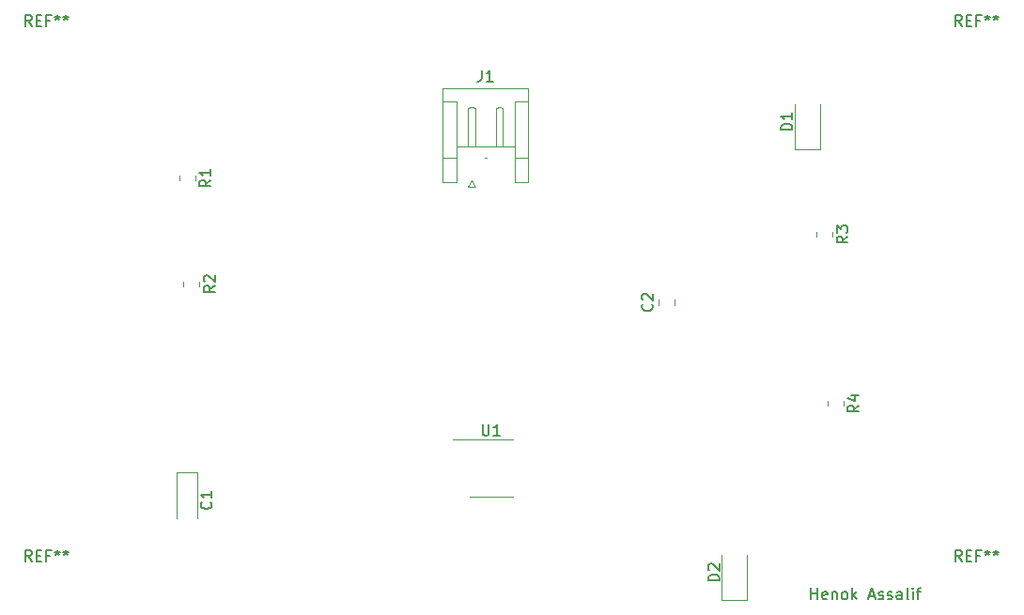
<source format=gbr>
%TF.GenerationSoftware,KiCad,Pcbnew,7.0.8*%
%TF.CreationDate,2023-10-17T13:28:15-07:00*%
%TF.ProjectId,Lab2Main,4c616232-4d61-4696-9e2e-6b696361645f,rev?*%
%TF.SameCoordinates,Original*%
%TF.FileFunction,Legend,Top*%
%TF.FilePolarity,Positive*%
%FSLAX46Y46*%
G04 Gerber Fmt 4.6, Leading zero omitted, Abs format (unit mm)*
G04 Created by KiCad (PCBNEW 7.0.8) date 2023-10-17 13:28:15*
%MOMM*%
%LPD*%
G01*
G04 APERTURE LIST*
%ADD10C,0.150000*%
%ADD11C,0.120000*%
G04 APERTURE END LIST*
D10*
X188296779Y-121789819D02*
X188296779Y-120789819D01*
X188296779Y-121266009D02*
X188868207Y-121266009D01*
X188868207Y-121789819D02*
X188868207Y-120789819D01*
X189725350Y-121742200D02*
X189630112Y-121789819D01*
X189630112Y-121789819D02*
X189439636Y-121789819D01*
X189439636Y-121789819D02*
X189344398Y-121742200D01*
X189344398Y-121742200D02*
X189296779Y-121646961D01*
X189296779Y-121646961D02*
X189296779Y-121266009D01*
X189296779Y-121266009D02*
X189344398Y-121170771D01*
X189344398Y-121170771D02*
X189439636Y-121123152D01*
X189439636Y-121123152D02*
X189630112Y-121123152D01*
X189630112Y-121123152D02*
X189725350Y-121170771D01*
X189725350Y-121170771D02*
X189772969Y-121266009D01*
X189772969Y-121266009D02*
X189772969Y-121361247D01*
X189772969Y-121361247D02*
X189296779Y-121456485D01*
X190201541Y-121123152D02*
X190201541Y-121789819D01*
X190201541Y-121218390D02*
X190249160Y-121170771D01*
X190249160Y-121170771D02*
X190344398Y-121123152D01*
X190344398Y-121123152D02*
X190487255Y-121123152D01*
X190487255Y-121123152D02*
X190582493Y-121170771D01*
X190582493Y-121170771D02*
X190630112Y-121266009D01*
X190630112Y-121266009D02*
X190630112Y-121789819D01*
X191249160Y-121789819D02*
X191153922Y-121742200D01*
X191153922Y-121742200D02*
X191106303Y-121694580D01*
X191106303Y-121694580D02*
X191058684Y-121599342D01*
X191058684Y-121599342D02*
X191058684Y-121313628D01*
X191058684Y-121313628D02*
X191106303Y-121218390D01*
X191106303Y-121218390D02*
X191153922Y-121170771D01*
X191153922Y-121170771D02*
X191249160Y-121123152D01*
X191249160Y-121123152D02*
X191392017Y-121123152D01*
X191392017Y-121123152D02*
X191487255Y-121170771D01*
X191487255Y-121170771D02*
X191534874Y-121218390D01*
X191534874Y-121218390D02*
X191582493Y-121313628D01*
X191582493Y-121313628D02*
X191582493Y-121599342D01*
X191582493Y-121599342D02*
X191534874Y-121694580D01*
X191534874Y-121694580D02*
X191487255Y-121742200D01*
X191487255Y-121742200D02*
X191392017Y-121789819D01*
X191392017Y-121789819D02*
X191249160Y-121789819D01*
X192011065Y-121789819D02*
X192011065Y-120789819D01*
X192106303Y-121408866D02*
X192392017Y-121789819D01*
X192392017Y-121123152D02*
X192011065Y-121504104D01*
X193534875Y-121504104D02*
X194011065Y-121504104D01*
X193439637Y-121789819D02*
X193772970Y-120789819D01*
X193772970Y-120789819D02*
X194106303Y-121789819D01*
X194392018Y-121742200D02*
X194487256Y-121789819D01*
X194487256Y-121789819D02*
X194677732Y-121789819D01*
X194677732Y-121789819D02*
X194772970Y-121742200D01*
X194772970Y-121742200D02*
X194820589Y-121646961D01*
X194820589Y-121646961D02*
X194820589Y-121599342D01*
X194820589Y-121599342D02*
X194772970Y-121504104D01*
X194772970Y-121504104D02*
X194677732Y-121456485D01*
X194677732Y-121456485D02*
X194534875Y-121456485D01*
X194534875Y-121456485D02*
X194439637Y-121408866D01*
X194439637Y-121408866D02*
X194392018Y-121313628D01*
X194392018Y-121313628D02*
X194392018Y-121266009D01*
X194392018Y-121266009D02*
X194439637Y-121170771D01*
X194439637Y-121170771D02*
X194534875Y-121123152D01*
X194534875Y-121123152D02*
X194677732Y-121123152D01*
X194677732Y-121123152D02*
X194772970Y-121170771D01*
X195201542Y-121742200D02*
X195296780Y-121789819D01*
X195296780Y-121789819D02*
X195487256Y-121789819D01*
X195487256Y-121789819D02*
X195582494Y-121742200D01*
X195582494Y-121742200D02*
X195630113Y-121646961D01*
X195630113Y-121646961D02*
X195630113Y-121599342D01*
X195630113Y-121599342D02*
X195582494Y-121504104D01*
X195582494Y-121504104D02*
X195487256Y-121456485D01*
X195487256Y-121456485D02*
X195344399Y-121456485D01*
X195344399Y-121456485D02*
X195249161Y-121408866D01*
X195249161Y-121408866D02*
X195201542Y-121313628D01*
X195201542Y-121313628D02*
X195201542Y-121266009D01*
X195201542Y-121266009D02*
X195249161Y-121170771D01*
X195249161Y-121170771D02*
X195344399Y-121123152D01*
X195344399Y-121123152D02*
X195487256Y-121123152D01*
X195487256Y-121123152D02*
X195582494Y-121170771D01*
X196487256Y-121789819D02*
X196487256Y-121266009D01*
X196487256Y-121266009D02*
X196439637Y-121170771D01*
X196439637Y-121170771D02*
X196344399Y-121123152D01*
X196344399Y-121123152D02*
X196153923Y-121123152D01*
X196153923Y-121123152D02*
X196058685Y-121170771D01*
X196487256Y-121742200D02*
X196392018Y-121789819D01*
X196392018Y-121789819D02*
X196153923Y-121789819D01*
X196153923Y-121789819D02*
X196058685Y-121742200D01*
X196058685Y-121742200D02*
X196011066Y-121646961D01*
X196011066Y-121646961D02*
X196011066Y-121551723D01*
X196011066Y-121551723D02*
X196058685Y-121456485D01*
X196058685Y-121456485D02*
X196153923Y-121408866D01*
X196153923Y-121408866D02*
X196392018Y-121408866D01*
X196392018Y-121408866D02*
X196487256Y-121361247D01*
X197106304Y-121789819D02*
X197011066Y-121742200D01*
X197011066Y-121742200D02*
X196963447Y-121646961D01*
X196963447Y-121646961D02*
X196963447Y-120789819D01*
X197487257Y-121789819D02*
X197487257Y-121123152D01*
X197487257Y-120789819D02*
X197439638Y-120837438D01*
X197439638Y-120837438D02*
X197487257Y-120885057D01*
X197487257Y-120885057D02*
X197534876Y-120837438D01*
X197534876Y-120837438D02*
X197487257Y-120789819D01*
X197487257Y-120789819D02*
X197487257Y-120885057D01*
X197820590Y-121123152D02*
X198201542Y-121123152D01*
X197963447Y-121789819D02*
X197963447Y-120932676D01*
X197963447Y-120932676D02*
X198011066Y-120837438D01*
X198011066Y-120837438D02*
X198106304Y-120789819D01*
X198106304Y-120789819D02*
X198201542Y-120789819D01*
X158688095Y-106024819D02*
X158688095Y-106834342D01*
X158688095Y-106834342D02*
X158735714Y-106929580D01*
X158735714Y-106929580D02*
X158783333Y-106977200D01*
X158783333Y-106977200D02*
X158878571Y-107024819D01*
X158878571Y-107024819D02*
X159069047Y-107024819D01*
X159069047Y-107024819D02*
X159164285Y-106977200D01*
X159164285Y-106977200D02*
X159211904Y-106929580D01*
X159211904Y-106929580D02*
X159259523Y-106834342D01*
X159259523Y-106834342D02*
X159259523Y-106024819D01*
X160259523Y-107024819D02*
X159688095Y-107024819D01*
X159973809Y-107024819D02*
X159973809Y-106024819D01*
X159973809Y-106024819D02*
X159878571Y-106167676D01*
X159878571Y-106167676D02*
X159783333Y-106262914D01*
X159783333Y-106262914D02*
X159688095Y-106310533D01*
X134189580Y-113029166D02*
X134237200Y-113076785D01*
X134237200Y-113076785D02*
X134284819Y-113219642D01*
X134284819Y-113219642D02*
X134284819Y-113314880D01*
X134284819Y-113314880D02*
X134237200Y-113457737D01*
X134237200Y-113457737D02*
X134141961Y-113552975D01*
X134141961Y-113552975D02*
X134046723Y-113600594D01*
X134046723Y-113600594D02*
X133856247Y-113648213D01*
X133856247Y-113648213D02*
X133713390Y-113648213D01*
X133713390Y-113648213D02*
X133522914Y-113600594D01*
X133522914Y-113600594D02*
X133427676Y-113552975D01*
X133427676Y-113552975D02*
X133332438Y-113457737D01*
X133332438Y-113457737D02*
X133284819Y-113314880D01*
X133284819Y-113314880D02*
X133284819Y-113219642D01*
X133284819Y-113219642D02*
X133332438Y-113076785D01*
X133332438Y-113076785D02*
X133380057Y-113029166D01*
X134284819Y-112076785D02*
X134284819Y-112648213D01*
X134284819Y-112362499D02*
X133284819Y-112362499D01*
X133284819Y-112362499D02*
X133427676Y-112457737D01*
X133427676Y-112457737D02*
X133522914Y-112552975D01*
X133522914Y-112552975D02*
X133570533Y-112648213D01*
X192604819Y-104306666D02*
X192128628Y-104639999D01*
X192604819Y-104878094D02*
X191604819Y-104878094D01*
X191604819Y-104878094D02*
X191604819Y-104497142D01*
X191604819Y-104497142D02*
X191652438Y-104401904D01*
X191652438Y-104401904D02*
X191700057Y-104354285D01*
X191700057Y-104354285D02*
X191795295Y-104306666D01*
X191795295Y-104306666D02*
X191938152Y-104306666D01*
X191938152Y-104306666D02*
X192033390Y-104354285D01*
X192033390Y-104354285D02*
X192081009Y-104401904D01*
X192081009Y-104401904D02*
X192128628Y-104497142D01*
X192128628Y-104497142D02*
X192128628Y-104878094D01*
X191938152Y-103449523D02*
X192604819Y-103449523D01*
X191557200Y-103687618D02*
X192271485Y-103925713D01*
X192271485Y-103925713D02*
X192271485Y-103306666D01*
X158624166Y-74094819D02*
X158624166Y-74809104D01*
X158624166Y-74809104D02*
X158576547Y-74951961D01*
X158576547Y-74951961D02*
X158481309Y-75047200D01*
X158481309Y-75047200D02*
X158338452Y-75094819D01*
X158338452Y-75094819D02*
X158243214Y-75094819D01*
X159624166Y-75094819D02*
X159052738Y-75094819D01*
X159338452Y-75094819D02*
X159338452Y-74094819D01*
X159338452Y-74094819D02*
X159243214Y-74237676D01*
X159243214Y-74237676D02*
X159147976Y-74332914D01*
X159147976Y-74332914D02*
X159052738Y-74380533D01*
X191604819Y-89066666D02*
X191128628Y-89399999D01*
X191604819Y-89638094D02*
X190604819Y-89638094D01*
X190604819Y-89638094D02*
X190604819Y-89257142D01*
X190604819Y-89257142D02*
X190652438Y-89161904D01*
X190652438Y-89161904D02*
X190700057Y-89114285D01*
X190700057Y-89114285D02*
X190795295Y-89066666D01*
X190795295Y-89066666D02*
X190938152Y-89066666D01*
X190938152Y-89066666D02*
X191033390Y-89114285D01*
X191033390Y-89114285D02*
X191081009Y-89161904D01*
X191081009Y-89161904D02*
X191128628Y-89257142D01*
X191128628Y-89257142D02*
X191128628Y-89638094D01*
X190604819Y-88733332D02*
X190604819Y-88114285D01*
X190604819Y-88114285D02*
X190985771Y-88447618D01*
X190985771Y-88447618D02*
X190985771Y-88304761D01*
X190985771Y-88304761D02*
X191033390Y-88209523D01*
X191033390Y-88209523D02*
X191081009Y-88161904D01*
X191081009Y-88161904D02*
X191176247Y-88114285D01*
X191176247Y-88114285D02*
X191414342Y-88114285D01*
X191414342Y-88114285D02*
X191509580Y-88161904D01*
X191509580Y-88161904D02*
X191557200Y-88209523D01*
X191557200Y-88209523D02*
X191604819Y-88304761D01*
X191604819Y-88304761D02*
X191604819Y-88590475D01*
X191604819Y-88590475D02*
X191557200Y-88685713D01*
X191557200Y-88685713D02*
X191509580Y-88733332D01*
X201866666Y-118374819D02*
X201533333Y-117898628D01*
X201295238Y-118374819D02*
X201295238Y-117374819D01*
X201295238Y-117374819D02*
X201676190Y-117374819D01*
X201676190Y-117374819D02*
X201771428Y-117422438D01*
X201771428Y-117422438D02*
X201819047Y-117470057D01*
X201819047Y-117470057D02*
X201866666Y-117565295D01*
X201866666Y-117565295D02*
X201866666Y-117708152D01*
X201866666Y-117708152D02*
X201819047Y-117803390D01*
X201819047Y-117803390D02*
X201771428Y-117851009D01*
X201771428Y-117851009D02*
X201676190Y-117898628D01*
X201676190Y-117898628D02*
X201295238Y-117898628D01*
X202295238Y-117851009D02*
X202628571Y-117851009D01*
X202771428Y-118374819D02*
X202295238Y-118374819D01*
X202295238Y-118374819D02*
X202295238Y-117374819D01*
X202295238Y-117374819D02*
X202771428Y-117374819D01*
X203533333Y-117851009D02*
X203200000Y-117851009D01*
X203200000Y-118374819D02*
X203200000Y-117374819D01*
X203200000Y-117374819D02*
X203676190Y-117374819D01*
X204200000Y-117374819D02*
X204200000Y-117612914D01*
X203961905Y-117517676D02*
X204200000Y-117612914D01*
X204200000Y-117612914D02*
X204438095Y-117517676D01*
X204057143Y-117803390D02*
X204200000Y-117612914D01*
X204200000Y-117612914D02*
X204342857Y-117803390D01*
X204961905Y-117374819D02*
X204961905Y-117612914D01*
X204723810Y-117517676D02*
X204961905Y-117612914D01*
X204961905Y-117612914D02*
X205200000Y-117517676D01*
X204819048Y-117803390D02*
X204961905Y-117612914D01*
X204961905Y-117612914D02*
X205104762Y-117803390D01*
X118046666Y-70114819D02*
X117713333Y-69638628D01*
X117475238Y-70114819D02*
X117475238Y-69114819D01*
X117475238Y-69114819D02*
X117856190Y-69114819D01*
X117856190Y-69114819D02*
X117951428Y-69162438D01*
X117951428Y-69162438D02*
X117999047Y-69210057D01*
X117999047Y-69210057D02*
X118046666Y-69305295D01*
X118046666Y-69305295D02*
X118046666Y-69448152D01*
X118046666Y-69448152D02*
X117999047Y-69543390D01*
X117999047Y-69543390D02*
X117951428Y-69591009D01*
X117951428Y-69591009D02*
X117856190Y-69638628D01*
X117856190Y-69638628D02*
X117475238Y-69638628D01*
X118475238Y-69591009D02*
X118808571Y-69591009D01*
X118951428Y-70114819D02*
X118475238Y-70114819D01*
X118475238Y-70114819D02*
X118475238Y-69114819D01*
X118475238Y-69114819D02*
X118951428Y-69114819D01*
X119713333Y-69591009D02*
X119380000Y-69591009D01*
X119380000Y-70114819D02*
X119380000Y-69114819D01*
X119380000Y-69114819D02*
X119856190Y-69114819D01*
X120380000Y-69114819D02*
X120380000Y-69352914D01*
X120141905Y-69257676D02*
X120380000Y-69352914D01*
X120380000Y-69352914D02*
X120618095Y-69257676D01*
X120237143Y-69543390D02*
X120380000Y-69352914D01*
X120380000Y-69352914D02*
X120522857Y-69543390D01*
X121141905Y-69114819D02*
X121141905Y-69352914D01*
X120903810Y-69257676D02*
X121141905Y-69352914D01*
X121141905Y-69352914D02*
X121380000Y-69257676D01*
X120999048Y-69543390D02*
X121141905Y-69352914D01*
X121141905Y-69352914D02*
X121284762Y-69543390D01*
X201866666Y-70114819D02*
X201533333Y-69638628D01*
X201295238Y-70114819D02*
X201295238Y-69114819D01*
X201295238Y-69114819D02*
X201676190Y-69114819D01*
X201676190Y-69114819D02*
X201771428Y-69162438D01*
X201771428Y-69162438D02*
X201819047Y-69210057D01*
X201819047Y-69210057D02*
X201866666Y-69305295D01*
X201866666Y-69305295D02*
X201866666Y-69448152D01*
X201866666Y-69448152D02*
X201819047Y-69543390D01*
X201819047Y-69543390D02*
X201771428Y-69591009D01*
X201771428Y-69591009D02*
X201676190Y-69638628D01*
X201676190Y-69638628D02*
X201295238Y-69638628D01*
X202295238Y-69591009D02*
X202628571Y-69591009D01*
X202771428Y-70114819D02*
X202295238Y-70114819D01*
X202295238Y-70114819D02*
X202295238Y-69114819D01*
X202295238Y-69114819D02*
X202771428Y-69114819D01*
X203533333Y-69591009D02*
X203200000Y-69591009D01*
X203200000Y-70114819D02*
X203200000Y-69114819D01*
X203200000Y-69114819D02*
X203676190Y-69114819D01*
X204200000Y-69114819D02*
X204200000Y-69352914D01*
X203961905Y-69257676D02*
X204200000Y-69352914D01*
X204200000Y-69352914D02*
X204438095Y-69257676D01*
X204057143Y-69543390D02*
X204200000Y-69352914D01*
X204200000Y-69352914D02*
X204342857Y-69543390D01*
X204961905Y-69114819D02*
X204961905Y-69352914D01*
X204723810Y-69257676D02*
X204961905Y-69352914D01*
X204961905Y-69352914D02*
X205200000Y-69257676D01*
X204819048Y-69543390D02*
X204961905Y-69352914D01*
X204961905Y-69352914D02*
X205104762Y-69543390D01*
X118046666Y-118374819D02*
X117713333Y-117898628D01*
X117475238Y-118374819D02*
X117475238Y-117374819D01*
X117475238Y-117374819D02*
X117856190Y-117374819D01*
X117856190Y-117374819D02*
X117951428Y-117422438D01*
X117951428Y-117422438D02*
X117999047Y-117470057D01*
X117999047Y-117470057D02*
X118046666Y-117565295D01*
X118046666Y-117565295D02*
X118046666Y-117708152D01*
X118046666Y-117708152D02*
X117999047Y-117803390D01*
X117999047Y-117803390D02*
X117951428Y-117851009D01*
X117951428Y-117851009D02*
X117856190Y-117898628D01*
X117856190Y-117898628D02*
X117475238Y-117898628D01*
X118475238Y-117851009D02*
X118808571Y-117851009D01*
X118951428Y-118374819D02*
X118475238Y-118374819D01*
X118475238Y-118374819D02*
X118475238Y-117374819D01*
X118475238Y-117374819D02*
X118951428Y-117374819D01*
X119713333Y-117851009D02*
X119380000Y-117851009D01*
X119380000Y-118374819D02*
X119380000Y-117374819D01*
X119380000Y-117374819D02*
X119856190Y-117374819D01*
X120380000Y-117374819D02*
X120380000Y-117612914D01*
X120141905Y-117517676D02*
X120380000Y-117612914D01*
X120380000Y-117612914D02*
X120618095Y-117517676D01*
X120237143Y-117803390D02*
X120380000Y-117612914D01*
X120380000Y-117612914D02*
X120522857Y-117803390D01*
X121141905Y-117374819D02*
X121141905Y-117612914D01*
X120903810Y-117517676D02*
X121141905Y-117612914D01*
X121141905Y-117612914D02*
X121380000Y-117517676D01*
X120999048Y-117803390D02*
X121141905Y-117612914D01*
X121141905Y-117612914D02*
X121284762Y-117803390D01*
X186594819Y-79478094D02*
X185594819Y-79478094D01*
X185594819Y-79478094D02*
X185594819Y-79239999D01*
X185594819Y-79239999D02*
X185642438Y-79097142D01*
X185642438Y-79097142D02*
X185737676Y-79001904D01*
X185737676Y-79001904D02*
X185832914Y-78954285D01*
X185832914Y-78954285D02*
X186023390Y-78906666D01*
X186023390Y-78906666D02*
X186166247Y-78906666D01*
X186166247Y-78906666D02*
X186356723Y-78954285D01*
X186356723Y-78954285D02*
X186451961Y-79001904D01*
X186451961Y-79001904D02*
X186547200Y-79097142D01*
X186547200Y-79097142D02*
X186594819Y-79239999D01*
X186594819Y-79239999D02*
X186594819Y-79478094D01*
X186594819Y-77954285D02*
X186594819Y-78525713D01*
X186594819Y-78239999D02*
X185594819Y-78239999D01*
X185594819Y-78239999D02*
X185737676Y-78335237D01*
X185737676Y-78335237D02*
X185832914Y-78430475D01*
X185832914Y-78430475D02*
X185880533Y-78525713D01*
X180027319Y-120118094D02*
X179027319Y-120118094D01*
X179027319Y-120118094D02*
X179027319Y-119879999D01*
X179027319Y-119879999D02*
X179074938Y-119737142D01*
X179074938Y-119737142D02*
X179170176Y-119641904D01*
X179170176Y-119641904D02*
X179265414Y-119594285D01*
X179265414Y-119594285D02*
X179455890Y-119546666D01*
X179455890Y-119546666D02*
X179598747Y-119546666D01*
X179598747Y-119546666D02*
X179789223Y-119594285D01*
X179789223Y-119594285D02*
X179884461Y-119641904D01*
X179884461Y-119641904D02*
X179979700Y-119737142D01*
X179979700Y-119737142D02*
X180027319Y-119879999D01*
X180027319Y-119879999D02*
X180027319Y-120118094D01*
X179122557Y-119165713D02*
X179074938Y-119118094D01*
X179074938Y-119118094D02*
X179027319Y-119022856D01*
X179027319Y-119022856D02*
X179027319Y-118784761D01*
X179027319Y-118784761D02*
X179074938Y-118689523D01*
X179074938Y-118689523D02*
X179122557Y-118641904D01*
X179122557Y-118641904D02*
X179217795Y-118594285D01*
X179217795Y-118594285D02*
X179313033Y-118594285D01*
X179313033Y-118594285D02*
X179455890Y-118641904D01*
X179455890Y-118641904D02*
X180027319Y-119213332D01*
X180027319Y-119213332D02*
X180027319Y-118594285D01*
X134559819Y-93521666D02*
X134083628Y-93854999D01*
X134559819Y-94093094D02*
X133559819Y-94093094D01*
X133559819Y-94093094D02*
X133559819Y-93712142D01*
X133559819Y-93712142D02*
X133607438Y-93616904D01*
X133607438Y-93616904D02*
X133655057Y-93569285D01*
X133655057Y-93569285D02*
X133750295Y-93521666D01*
X133750295Y-93521666D02*
X133893152Y-93521666D01*
X133893152Y-93521666D02*
X133988390Y-93569285D01*
X133988390Y-93569285D02*
X134036009Y-93616904D01*
X134036009Y-93616904D02*
X134083628Y-93712142D01*
X134083628Y-93712142D02*
X134083628Y-94093094D01*
X133655057Y-93140713D02*
X133607438Y-93093094D01*
X133607438Y-93093094D02*
X133559819Y-92997856D01*
X133559819Y-92997856D02*
X133559819Y-92759761D01*
X133559819Y-92759761D02*
X133607438Y-92664523D01*
X133607438Y-92664523D02*
X133655057Y-92616904D01*
X133655057Y-92616904D02*
X133750295Y-92569285D01*
X133750295Y-92569285D02*
X133845533Y-92569285D01*
X133845533Y-92569285D02*
X133988390Y-92616904D01*
X133988390Y-92616904D02*
X134559819Y-93188332D01*
X134559819Y-93188332D02*
X134559819Y-92569285D01*
X173939580Y-95184166D02*
X173987200Y-95231785D01*
X173987200Y-95231785D02*
X174034819Y-95374642D01*
X174034819Y-95374642D02*
X174034819Y-95469880D01*
X174034819Y-95469880D02*
X173987200Y-95612737D01*
X173987200Y-95612737D02*
X173891961Y-95707975D01*
X173891961Y-95707975D02*
X173796723Y-95755594D01*
X173796723Y-95755594D02*
X173606247Y-95803213D01*
X173606247Y-95803213D02*
X173463390Y-95803213D01*
X173463390Y-95803213D02*
X173272914Y-95755594D01*
X173272914Y-95755594D02*
X173177676Y-95707975D01*
X173177676Y-95707975D02*
X173082438Y-95612737D01*
X173082438Y-95612737D02*
X173034819Y-95469880D01*
X173034819Y-95469880D02*
X173034819Y-95374642D01*
X173034819Y-95374642D02*
X173082438Y-95231785D01*
X173082438Y-95231785D02*
X173130057Y-95184166D01*
X173130057Y-94803213D02*
X173082438Y-94755594D01*
X173082438Y-94755594D02*
X173034819Y-94660356D01*
X173034819Y-94660356D02*
X173034819Y-94422261D01*
X173034819Y-94422261D02*
X173082438Y-94327023D01*
X173082438Y-94327023D02*
X173130057Y-94279404D01*
X173130057Y-94279404D02*
X173225295Y-94231785D01*
X173225295Y-94231785D02*
X173320533Y-94231785D01*
X173320533Y-94231785D02*
X173463390Y-94279404D01*
X173463390Y-94279404D02*
X174034819Y-94850832D01*
X174034819Y-94850832D02*
X174034819Y-94231785D01*
X134184819Y-83986666D02*
X133708628Y-84319999D01*
X134184819Y-84558094D02*
X133184819Y-84558094D01*
X133184819Y-84558094D02*
X133184819Y-84177142D01*
X133184819Y-84177142D02*
X133232438Y-84081904D01*
X133232438Y-84081904D02*
X133280057Y-84034285D01*
X133280057Y-84034285D02*
X133375295Y-83986666D01*
X133375295Y-83986666D02*
X133518152Y-83986666D01*
X133518152Y-83986666D02*
X133613390Y-84034285D01*
X133613390Y-84034285D02*
X133661009Y-84081904D01*
X133661009Y-84081904D02*
X133708628Y-84177142D01*
X133708628Y-84177142D02*
X133708628Y-84558094D01*
X134184819Y-83034285D02*
X134184819Y-83605713D01*
X134184819Y-83319999D02*
X133184819Y-83319999D01*
X133184819Y-83319999D02*
X133327676Y-83415237D01*
X133327676Y-83415237D02*
X133422914Y-83510475D01*
X133422914Y-83510475D02*
X133470533Y-83605713D01*
D11*
%TO.C,U1*%
X159450000Y-107410000D02*
X156000000Y-107410000D01*
X159450000Y-107410000D02*
X161400000Y-107410000D01*
X159450000Y-112530000D02*
X157500000Y-112530000D01*
X159450000Y-112530000D02*
X161400000Y-112530000D01*
%TO.C,C1*%
X133015000Y-110377500D02*
X131145000Y-110377500D01*
X131145000Y-110377500D02*
X131145000Y-114462500D01*
X133015000Y-114462500D02*
X133015000Y-110377500D01*
%TO.C,R4*%
X191235000Y-103912936D02*
X191235000Y-104367064D01*
X189765000Y-103912936D02*
X189765000Y-104367064D01*
%TO.C,J1*%
X155097500Y-75730000D02*
X162817500Y-75730000D01*
X155097500Y-76950000D02*
X156317500Y-76950000D01*
X155097500Y-84150000D02*
X155097500Y-75730000D01*
X156317500Y-76950000D02*
X156317500Y-81950000D01*
X156317500Y-80950000D02*
X161597500Y-80950000D01*
X156317500Y-81950000D02*
X155097500Y-81950000D01*
X156317500Y-81950000D02*
X156317500Y-84150000D01*
X156317500Y-84150000D02*
X155097500Y-84150000D01*
X157387500Y-77530000D02*
X157707500Y-77450000D01*
X157387500Y-80950000D02*
X157387500Y-77530000D01*
X157407500Y-84640000D02*
X158007500Y-84640000D01*
X157707500Y-77450000D02*
X158027500Y-77530000D01*
X157707500Y-80950000D02*
X157387500Y-80950000D01*
X157707500Y-84040000D02*
X157407500Y-84640000D01*
X158007500Y-84640000D02*
X157707500Y-84040000D01*
X158027500Y-77530000D02*
X158027500Y-80950000D01*
X158027500Y-80950000D02*
X157707500Y-80950000D01*
X158877500Y-81950000D02*
X159037500Y-81950000D01*
X159887500Y-77530000D02*
X160207500Y-77450000D01*
X159887500Y-80950000D02*
X159887500Y-77530000D01*
X160207500Y-77450000D02*
X160527500Y-77530000D01*
X160207500Y-80950000D02*
X159887500Y-80950000D01*
X160527500Y-77530000D02*
X160527500Y-80950000D01*
X160527500Y-80950000D02*
X160207500Y-80950000D01*
X161597500Y-76950000D02*
X161597500Y-81950000D01*
X161597500Y-81950000D02*
X162817500Y-81950000D01*
X161597500Y-84150000D02*
X161597500Y-81950000D01*
X162817500Y-75730000D02*
X162817500Y-84150000D01*
X162817500Y-76950000D02*
X161597500Y-76950000D01*
X162817500Y-84150000D02*
X161597500Y-84150000D01*
%TO.C,R3*%
X190235000Y-88672936D02*
X190235000Y-89127064D01*
X188765000Y-88672936D02*
X188765000Y-89127064D01*
%TO.C,D1*%
X186825000Y-81200000D02*
X189095000Y-81200000D01*
X189095000Y-81200000D02*
X189095000Y-77140000D01*
X186825000Y-77140000D02*
X186825000Y-81200000D01*
%TO.C,D2*%
X180257500Y-121840000D02*
X182527500Y-121840000D01*
X182527500Y-121840000D02*
X182527500Y-117780000D01*
X180257500Y-117780000D02*
X180257500Y-121840000D01*
%TO.C,R2*%
X133190000Y-93127936D02*
X133190000Y-93582064D01*
X131720000Y-93127936D02*
X131720000Y-93582064D01*
%TO.C,C2*%
X174525000Y-95278752D02*
X174525000Y-94756248D01*
X175995000Y-95278752D02*
X175995000Y-94756248D01*
%TO.C,R1*%
X132815000Y-83592936D02*
X132815000Y-84047064D01*
X131345000Y-83592936D02*
X131345000Y-84047064D01*
%TD*%
M02*

</source>
